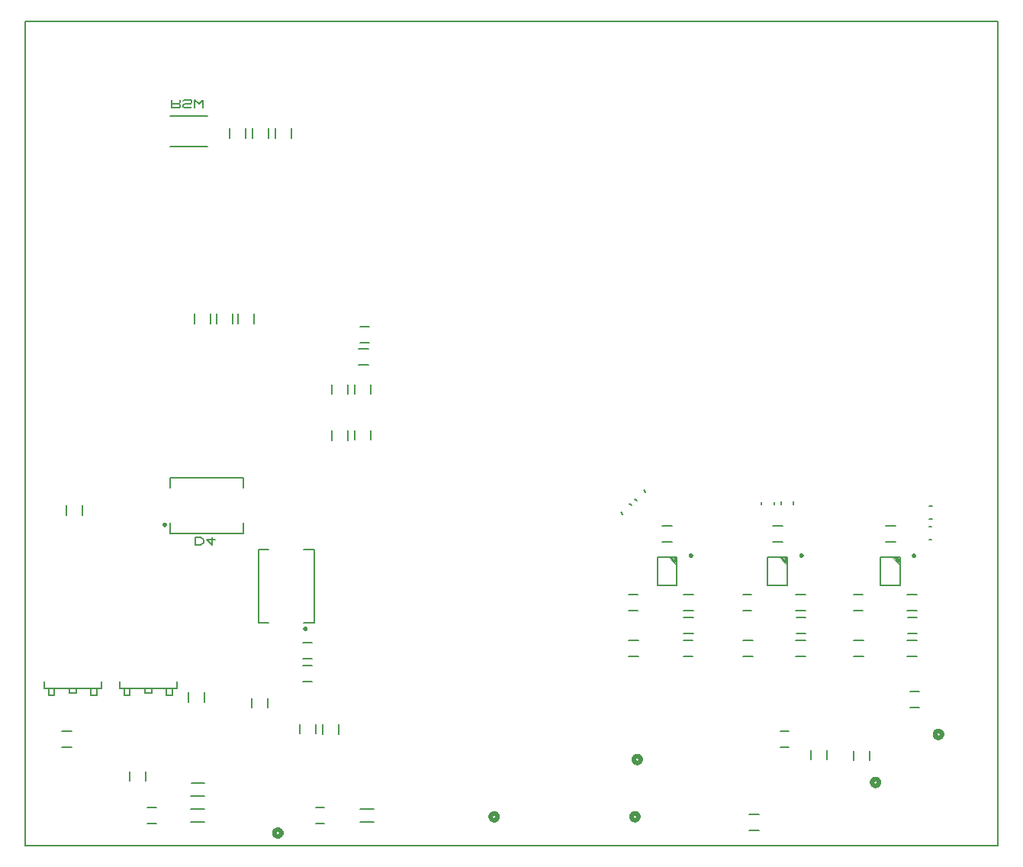
<source format=gbr>
G04 PROTEUS RS274X GERBER FILE*
%FSLAX45Y45*%
%MOMM*%
G01*
%ADD41C,0.203200*%
%ADD50C,0.200000*%
%ADD54C,0.250000*%
%ADD55C,0.100000*%
%ADD11C,0.508000*%
D41*
X-1079500Y-6413500D02*
X+9715500Y-6413500D01*
X+9715500Y+2730500D01*
X-1079500Y+2730500D01*
X-1079500Y-6413500D01*
D50*
X+2732300Y-1080600D02*
X+2622300Y-1080600D01*
X+2732300Y-900600D02*
X+2622300Y-900600D01*
X+2637100Y-659300D02*
X+2737100Y-659300D01*
X+2637100Y-839300D02*
X+2737100Y-839300D01*
X+2757000Y-1301500D02*
X+2757000Y-1401500D01*
X+2577000Y-1301500D02*
X+2577000Y-1401500D01*
D41*
X-235700Y-4597400D02*
X-235700Y-4673600D01*
X-870700Y-4673600D01*
X-870700Y-4597400D01*
X-515100Y-4673600D02*
X-515100Y-4724400D01*
X-591300Y-4724400D01*
X-591300Y-4673600D01*
X-286500Y-4673600D02*
X-286500Y-4749800D01*
X-350000Y-4749800D01*
X-350000Y-4673600D01*
X-819900Y-4673600D02*
X-819900Y-4749800D01*
X-756400Y-4749800D01*
X-756400Y-4673600D02*
X-756400Y-4749800D01*
X+602500Y-4597400D02*
X+602500Y-4673600D01*
X-32500Y-4673600D01*
X-32500Y-4597400D01*
X+323100Y-4673600D02*
X+323100Y-4724400D01*
X+246900Y-4724400D01*
X+246900Y-4673600D01*
X+551700Y-4673600D02*
X+551700Y-4749800D01*
X+488200Y-4749800D01*
X+488200Y-4673600D01*
X+18300Y-4673600D02*
X+18300Y-4749800D01*
X+81800Y-4749800D01*
X+81800Y-4673600D02*
X+81800Y-4749800D01*
D50*
X+1185080Y+1432438D02*
X+1185080Y+1542438D01*
X+1365080Y+1432438D02*
X+1365080Y+1542438D01*
X+1693080Y+1432438D02*
X+1693080Y+1542438D01*
X+1873080Y+1432438D02*
X+1873080Y+1542438D01*
X+1439080Y+1432438D02*
X+1439080Y+1542438D01*
X+1619080Y+1432438D02*
X+1619080Y+1542438D01*
X+1281600Y-624100D02*
X+1281600Y-514100D01*
X+1461600Y-624100D02*
X+1461600Y-514100D01*
X+799000Y-624100D02*
X+799000Y-514100D01*
X+979000Y-624100D02*
X+979000Y-514100D01*
X+1040300Y-624100D02*
X+1040300Y-514100D01*
X+1220300Y-624100D02*
X+1220300Y-514100D01*
X-564100Y-5322400D02*
X-674100Y-5322400D01*
X-564100Y-5142400D02*
X-674100Y-5142400D01*
X+728400Y-4819900D02*
X+728400Y-4709900D01*
X+908400Y-4819900D02*
X+908400Y-4709900D01*
X+2503000Y-1809500D02*
X+2503000Y-1919500D01*
X+2323000Y-1809500D02*
X+2323000Y-1919500D01*
X+2757000Y-1809500D02*
X+2757000Y-1909500D01*
X+2577000Y-1809500D02*
X+2577000Y-1909500D01*
X+2503000Y-1301500D02*
X+2503000Y-1401500D01*
X+2323000Y-1301500D02*
X+2323000Y-1401500D01*
D54*
X+6316500Y-3195902D02*
X+6316457Y-3194863D01*
X+6316105Y-3192784D01*
X+6315368Y-3190705D01*
X+6314164Y-3188626D01*
X+6312323Y-3186576D01*
X+6310244Y-3185073D01*
X+6308165Y-3184116D01*
X+6306086Y-3183577D01*
X+6304007Y-3183402D01*
X+6304000Y-3183402D01*
X+6291500Y-3195902D02*
X+6291543Y-3194863D01*
X+6291895Y-3192784D01*
X+6292632Y-3190705D01*
X+6293836Y-3188626D01*
X+6295677Y-3186576D01*
X+6297756Y-3185073D01*
X+6299835Y-3184116D01*
X+6301914Y-3183577D01*
X+6303993Y-3183402D01*
X+6304000Y-3183402D01*
X+6291500Y-3195902D02*
X+6291543Y-3196941D01*
X+6291895Y-3199020D01*
X+6292632Y-3201099D01*
X+6293836Y-3203178D01*
X+6295677Y-3205228D01*
X+6297756Y-3206731D01*
X+6299835Y-3207688D01*
X+6301914Y-3208227D01*
X+6303993Y-3208402D01*
X+6304000Y-3208402D01*
X+6316500Y-3195902D02*
X+6316457Y-3196941D01*
X+6316105Y-3199020D01*
X+6315368Y-3201099D01*
X+6314164Y-3203178D01*
X+6312323Y-3205228D01*
X+6310244Y-3206731D01*
X+6308165Y-3207688D01*
X+6306086Y-3208227D01*
X+6304007Y-3208402D01*
X+6304000Y-3208402D01*
D50*
X+6154000Y-3525902D02*
X+5934000Y-3525902D01*
X+5934000Y-3215902D01*
X+6154000Y-3215902D01*
X+6154000Y-3525902D01*
D55*
X+6154000Y-3225902D02*
X+6144000Y-3215902D01*
X+6154000Y-3235902D02*
X+6134000Y-3215902D01*
X+6154000Y-3245902D02*
X+6124000Y-3215902D01*
X+6154000Y-3255902D02*
X+6114000Y-3215902D01*
X+6154000Y-3265902D02*
X+6104000Y-3215902D01*
X+6154000Y-3275902D02*
X+6094000Y-3215902D01*
X+6154000Y-3285902D02*
X+6084000Y-3215902D01*
X+6154000Y-3295902D02*
X+6074000Y-3215902D01*
X+6154000Y-3305902D02*
X+6064000Y-3215902D01*
D54*
X+7543607Y-3195533D02*
X+7543564Y-3194494D01*
X+7543212Y-3192415D01*
X+7542475Y-3190336D01*
X+7541271Y-3188257D01*
X+7539430Y-3186207D01*
X+7537351Y-3184704D01*
X+7535272Y-3183747D01*
X+7533193Y-3183208D01*
X+7531114Y-3183033D01*
X+7531107Y-3183033D01*
X+7518607Y-3195533D02*
X+7518650Y-3194494D01*
X+7519002Y-3192415D01*
X+7519739Y-3190336D01*
X+7520943Y-3188257D01*
X+7522784Y-3186207D01*
X+7524863Y-3184704D01*
X+7526942Y-3183747D01*
X+7529021Y-3183208D01*
X+7531100Y-3183033D01*
X+7531107Y-3183033D01*
X+7518607Y-3195533D02*
X+7518650Y-3196572D01*
X+7519002Y-3198651D01*
X+7519739Y-3200730D01*
X+7520943Y-3202809D01*
X+7522784Y-3204859D01*
X+7524863Y-3206362D01*
X+7526942Y-3207319D01*
X+7529021Y-3207858D01*
X+7531100Y-3208033D01*
X+7531107Y-3208033D01*
X+7543607Y-3195533D02*
X+7543564Y-3196572D01*
X+7543212Y-3198651D01*
X+7542475Y-3200730D01*
X+7541271Y-3202809D01*
X+7539430Y-3204859D01*
X+7537351Y-3206362D01*
X+7535272Y-3207319D01*
X+7533193Y-3207858D01*
X+7531114Y-3208033D01*
X+7531107Y-3208033D01*
D50*
X+7381107Y-3525533D02*
X+7161107Y-3525533D01*
X+7161107Y-3215533D01*
X+7381107Y-3215533D01*
X+7381107Y-3525533D01*
D55*
X+7381107Y-3225533D02*
X+7371107Y-3215533D01*
X+7381107Y-3235533D02*
X+7361107Y-3215533D01*
X+7381107Y-3245533D02*
X+7351107Y-3215533D01*
X+7381107Y-3255533D02*
X+7341107Y-3215533D01*
X+7381107Y-3265533D02*
X+7331107Y-3215533D01*
X+7381107Y-3275533D02*
X+7321107Y-3215533D01*
X+7381107Y-3285533D02*
X+7311107Y-3215533D01*
X+7381107Y-3295533D02*
X+7301107Y-3215533D01*
X+7381107Y-3305533D02*
X+7291107Y-3215533D01*
D54*
X+8793369Y-3197033D02*
X+8793326Y-3195994D01*
X+8792974Y-3193915D01*
X+8792237Y-3191836D01*
X+8791033Y-3189757D01*
X+8789192Y-3187707D01*
X+8787113Y-3186204D01*
X+8785034Y-3185247D01*
X+8782955Y-3184708D01*
X+8780876Y-3184533D01*
X+8780869Y-3184533D01*
X+8768369Y-3197033D02*
X+8768412Y-3195994D01*
X+8768764Y-3193915D01*
X+8769501Y-3191836D01*
X+8770705Y-3189757D01*
X+8772546Y-3187707D01*
X+8774625Y-3186204D01*
X+8776704Y-3185247D01*
X+8778783Y-3184708D01*
X+8780862Y-3184533D01*
X+8780869Y-3184533D01*
X+8768369Y-3197033D02*
X+8768412Y-3198072D01*
X+8768764Y-3200151D01*
X+8769501Y-3202230D01*
X+8770705Y-3204309D01*
X+8772546Y-3206359D01*
X+8774625Y-3207862D01*
X+8776704Y-3208819D01*
X+8778783Y-3209358D01*
X+8780862Y-3209533D01*
X+8780869Y-3209533D01*
X+8793369Y-3197033D02*
X+8793326Y-3198072D01*
X+8792974Y-3200151D01*
X+8792237Y-3202230D01*
X+8791033Y-3204309D01*
X+8789192Y-3206359D01*
X+8787113Y-3207862D01*
X+8785034Y-3208819D01*
X+8782955Y-3209358D01*
X+8780876Y-3209533D01*
X+8780869Y-3209533D01*
D50*
X+8630869Y-3527033D02*
X+8410869Y-3527033D01*
X+8410869Y-3217033D01*
X+8630869Y-3217033D01*
X+8630869Y-3527033D01*
D55*
X+8630869Y-3227033D02*
X+8620869Y-3217033D01*
X+8630869Y-3237033D02*
X+8610869Y-3217033D01*
X+8630869Y-3247033D02*
X+8600869Y-3217033D01*
X+8630869Y-3257033D02*
X+8590869Y-3217033D01*
X+8630869Y-3267033D02*
X+8580869Y-3217033D01*
X+8630869Y-3277033D02*
X+8570869Y-3217033D01*
X+8630869Y-3287033D02*
X+8560869Y-3217033D01*
X+8630869Y-3297033D02*
X+8550869Y-3217033D01*
X+8630869Y-3307033D02*
X+8540869Y-3217033D01*
D50*
X+6100500Y-3047402D02*
X+5990500Y-3047402D01*
X+6100500Y-2867402D02*
X+5990500Y-2867402D01*
X+7327607Y-3047033D02*
X+7217607Y-3047033D01*
X+7327607Y-2867033D02*
X+7217607Y-2867033D01*
X+8577369Y-3048533D02*
X+8467369Y-3048533D01*
X+8577369Y-2868533D02*
X+8467369Y-2868533D01*
X+6337000Y-3809402D02*
X+6227000Y-3809402D01*
X+6337000Y-3629402D02*
X+6227000Y-3629402D01*
X+7581607Y-3809033D02*
X+7471607Y-3809033D01*
X+7581607Y-3629033D02*
X+7471607Y-3629033D01*
X+8813869Y-3809033D02*
X+8703869Y-3809033D01*
X+8813869Y-3629033D02*
X+8703869Y-3629033D01*
X+6337000Y-4063402D02*
X+6227000Y-4063402D01*
X+6337000Y-3883402D02*
X+6227000Y-3883402D01*
X+5729500Y-4317402D02*
X+5619500Y-4317402D01*
X+5729500Y-4137402D02*
X+5619500Y-4137402D01*
X+5619500Y-3629402D02*
X+5719500Y-3629402D01*
X+5619500Y-3809402D02*
X+5719500Y-3809402D01*
X+6327000Y-4317402D02*
X+6227000Y-4317402D01*
X+6327000Y-4137402D02*
X+6227000Y-4137402D01*
X+6882607Y-3629033D02*
X+6982607Y-3629033D01*
X+6882607Y-3809033D02*
X+6982607Y-3809033D01*
X+7581607Y-4063033D02*
X+7481607Y-4063033D01*
X+7581607Y-3883033D02*
X+7481607Y-3883033D01*
X+8114869Y-3629033D02*
X+8214869Y-3629033D01*
X+8114869Y-3809033D02*
X+8214869Y-3809033D01*
X+8813869Y-4063033D02*
X+8713869Y-4063033D01*
X+8813869Y-3883033D02*
X+8713869Y-3883033D01*
X+6992607Y-4317033D02*
X+6882607Y-4317033D01*
X+6992607Y-4137033D02*
X+6882607Y-4137033D01*
X+7581607Y-4317033D02*
X+7471607Y-4317033D01*
X+7581607Y-4137033D02*
X+7471607Y-4137033D01*
X+8224869Y-4317033D02*
X+8114869Y-4317033D01*
X+8224869Y-4137033D02*
X+8114869Y-4137033D01*
X+8813869Y-4317033D02*
X+8703869Y-4317033D01*
X+8813869Y-4137033D02*
X+8703869Y-4137033D01*
X+7063000Y-6249500D02*
X+6953000Y-6249500D01*
X+7063000Y-6069500D02*
X+6953000Y-6069500D01*
X+2401400Y-5073400D02*
X+2401400Y-5183400D01*
X+2221400Y-5073400D02*
X+2221400Y-5183400D01*
X-623400Y-2749800D02*
X-623400Y-2639800D01*
X-443400Y-2749800D02*
X-443400Y-2639800D01*
D41*
X+756920Y-6156960D02*
X+909320Y-6156960D01*
X+759460Y-6009640D02*
X+909320Y-6009640D01*
D11*
X+9093200Y-5181500D02*
X+9093069Y-5178342D01*
X+9092003Y-5172024D01*
X+9089772Y-5165706D01*
X+9086127Y-5159388D01*
X+9080552Y-5153149D01*
X+9074234Y-5148553D01*
X+9067916Y-5145620D01*
X+9061598Y-5143958D01*
X+9055280Y-5143400D01*
X+9055100Y-5143400D01*
X+9017000Y-5181500D02*
X+9017131Y-5178342D01*
X+9018197Y-5172024D01*
X+9020428Y-5165706D01*
X+9024073Y-5159388D01*
X+9029648Y-5153149D01*
X+9035966Y-5148553D01*
X+9042284Y-5145620D01*
X+9048602Y-5143958D01*
X+9054920Y-5143400D01*
X+9055100Y-5143400D01*
X+9017000Y-5181500D02*
X+9017131Y-5184658D01*
X+9018197Y-5190976D01*
X+9020428Y-5197294D01*
X+9024073Y-5203612D01*
X+9029648Y-5209851D01*
X+9035966Y-5214447D01*
X+9042284Y-5217380D01*
X+9048602Y-5219042D01*
X+9054920Y-5219600D01*
X+9055100Y-5219600D01*
X+9093200Y-5181500D02*
X+9093069Y-5184658D01*
X+9092003Y-5190976D01*
X+9089772Y-5197294D01*
X+9086127Y-5203612D01*
X+9080552Y-5209851D01*
X+9074234Y-5214447D01*
X+9067916Y-5217380D01*
X+9061598Y-5219042D01*
X+9055280Y-5219600D01*
X+9055100Y-5219600D01*
D50*
X+8294200Y-5367600D02*
X+8294200Y-5467600D01*
X+8114200Y-5367600D02*
X+8114200Y-5467600D01*
X+7298000Y-5142400D02*
X+7398000Y-5142400D01*
X+7298000Y-5322400D02*
X+7398000Y-5322400D01*
X+7821100Y-5354900D02*
X+7821100Y-5454900D01*
X+7641100Y-5354900D02*
X+7641100Y-5454900D01*
X+8738416Y-4703216D02*
X+8838416Y-4703216D01*
X+8738416Y-4883216D02*
X+8838416Y-4883216D01*
X+372800Y-6173300D02*
X+272800Y-6173300D01*
X+372800Y-5993300D02*
X+272800Y-5993300D01*
X+2000000Y-4418500D02*
X+2100000Y-4418500D01*
X+2000000Y-4598500D02*
X+2100000Y-4598500D01*
X+2000000Y-4164500D02*
X+2100000Y-4164500D01*
X+2000000Y-4344500D02*
X+2100000Y-4344500D01*
X+1967400Y-5173400D02*
X+1967400Y-5073400D01*
X+2147400Y-5173400D02*
X+2147400Y-5073400D01*
X+1614000Y-4781300D02*
X+1614000Y-4881300D01*
X+1434000Y-4781300D02*
X+1434000Y-4881300D01*
D11*
X+8394600Y-5715000D02*
X+8394469Y-5711842D01*
X+8393403Y-5705524D01*
X+8391172Y-5699206D01*
X+8387527Y-5692888D01*
X+8381952Y-5686649D01*
X+8375634Y-5682053D01*
X+8369316Y-5679120D01*
X+8362998Y-5677458D01*
X+8356680Y-5676900D01*
X+8356500Y-5676900D01*
X+8318400Y-5715000D02*
X+8318531Y-5711842D01*
X+8319597Y-5705524D01*
X+8321828Y-5699206D01*
X+8325473Y-5692888D01*
X+8331048Y-5686649D01*
X+8337366Y-5682053D01*
X+8343684Y-5679120D01*
X+8350002Y-5677458D01*
X+8356320Y-5676900D01*
X+8356500Y-5676900D01*
X+8318400Y-5715000D02*
X+8318531Y-5718158D01*
X+8319597Y-5724476D01*
X+8321828Y-5730794D01*
X+8325473Y-5737112D01*
X+8331048Y-5743351D01*
X+8337366Y-5747947D01*
X+8343684Y-5750880D01*
X+8350002Y-5752542D01*
X+8356320Y-5753100D01*
X+8356500Y-5753100D01*
X+8394600Y-5715000D02*
X+8394469Y-5718158D01*
X+8393403Y-5724476D01*
X+8391172Y-5730794D01*
X+8387527Y-5737112D01*
X+8381952Y-5743351D01*
X+8375634Y-5747947D01*
X+8369316Y-5750880D01*
X+8362998Y-5752542D01*
X+8356680Y-5753100D01*
X+8356500Y-5753100D01*
X+4162600Y-6096000D02*
X+4162469Y-6092842D01*
X+4161403Y-6086524D01*
X+4159172Y-6080206D01*
X+4155527Y-6073888D01*
X+4149952Y-6067649D01*
X+4143634Y-6063053D01*
X+4137316Y-6060120D01*
X+4130998Y-6058458D01*
X+4124680Y-6057900D01*
X+4124500Y-6057900D01*
X+4086400Y-6096000D02*
X+4086531Y-6092842D01*
X+4087597Y-6086524D01*
X+4089828Y-6080206D01*
X+4093473Y-6073888D01*
X+4099048Y-6067649D01*
X+4105366Y-6063053D01*
X+4111684Y-6060120D01*
X+4118002Y-6058458D01*
X+4124320Y-6057900D01*
X+4124500Y-6057900D01*
X+4086400Y-6096000D02*
X+4086531Y-6099158D01*
X+4087597Y-6105476D01*
X+4089828Y-6111794D01*
X+4093473Y-6118112D01*
X+4099048Y-6124351D01*
X+4105366Y-6128947D01*
X+4111684Y-6131880D01*
X+4118002Y-6133542D01*
X+4124320Y-6134100D01*
X+4124500Y-6134100D01*
X+4162600Y-6096000D02*
X+4162469Y-6099158D01*
X+4161403Y-6105476D01*
X+4159172Y-6111794D01*
X+4155527Y-6118112D01*
X+4149952Y-6124351D01*
X+4143634Y-6128947D01*
X+4137316Y-6131880D01*
X+4130998Y-6133542D01*
X+4124680Y-6134100D01*
X+4124500Y-6134100D01*
X+5724600Y-6096000D02*
X+5724469Y-6092842D01*
X+5723403Y-6086524D01*
X+5721172Y-6080206D01*
X+5717527Y-6073888D01*
X+5711952Y-6067649D01*
X+5705634Y-6063053D01*
X+5699316Y-6060120D01*
X+5692998Y-6058458D01*
X+5686680Y-6057900D01*
X+5686500Y-6057900D01*
X+5648400Y-6096000D02*
X+5648531Y-6092842D01*
X+5649597Y-6086524D01*
X+5651828Y-6080206D01*
X+5655473Y-6073888D01*
X+5661048Y-6067649D01*
X+5667366Y-6063053D01*
X+5673684Y-6060120D01*
X+5680002Y-6058458D01*
X+5686320Y-6057900D01*
X+5686500Y-6057900D01*
X+5648400Y-6096000D02*
X+5648531Y-6099158D01*
X+5649597Y-6105476D01*
X+5651828Y-6111794D01*
X+5655473Y-6118112D01*
X+5661048Y-6124351D01*
X+5667366Y-6128947D01*
X+5673684Y-6131880D01*
X+5680002Y-6133542D01*
X+5686320Y-6134100D01*
X+5686500Y-6134100D01*
X+5724600Y-6096000D02*
X+5724469Y-6099158D01*
X+5723403Y-6105476D01*
X+5721172Y-6111794D01*
X+5717527Y-6118112D01*
X+5711952Y-6124351D01*
X+5705634Y-6128947D01*
X+5699316Y-6131880D01*
X+5692998Y-6133542D01*
X+5686680Y-6134100D01*
X+5686500Y-6134100D01*
X+5750100Y-5461000D02*
X+5749969Y-5457842D01*
X+5748903Y-5451524D01*
X+5746672Y-5445206D01*
X+5743027Y-5438888D01*
X+5737452Y-5432649D01*
X+5731134Y-5428053D01*
X+5724816Y-5425120D01*
X+5718498Y-5423458D01*
X+5712180Y-5422900D01*
X+5712000Y-5422900D01*
X+5673900Y-5461000D02*
X+5674031Y-5457842D01*
X+5675097Y-5451524D01*
X+5677328Y-5445206D01*
X+5680973Y-5438888D01*
X+5686548Y-5432649D01*
X+5692866Y-5428053D01*
X+5699184Y-5425120D01*
X+5705502Y-5423458D01*
X+5711820Y-5422900D01*
X+5712000Y-5422900D01*
X+5673900Y-5461000D02*
X+5674031Y-5464158D01*
X+5675097Y-5470476D01*
X+5677328Y-5476794D01*
X+5680973Y-5483112D01*
X+5686548Y-5489351D01*
X+5692866Y-5493947D01*
X+5699184Y-5496880D01*
X+5705502Y-5498542D01*
X+5711820Y-5499100D01*
X+5712000Y-5499100D01*
X+5750100Y-5461000D02*
X+5749969Y-5464158D01*
X+5748903Y-5470476D01*
X+5746672Y-5476794D01*
X+5743027Y-5483112D01*
X+5737452Y-5489351D01*
X+5731134Y-5493947D01*
X+5724816Y-5496880D01*
X+5718498Y-5498542D01*
X+5712180Y-5499100D01*
X+5712000Y-5499100D01*
X+1761085Y-6276892D02*
X+1760954Y-6273734D01*
X+1759888Y-6267416D01*
X+1757657Y-6261098D01*
X+1754012Y-6254780D01*
X+1748437Y-6248541D01*
X+1742119Y-6243945D01*
X+1735801Y-6241012D01*
X+1729483Y-6239350D01*
X+1723165Y-6238792D01*
X+1722985Y-6238792D01*
X+1684885Y-6276892D02*
X+1685016Y-6273734D01*
X+1686082Y-6267416D01*
X+1688313Y-6261098D01*
X+1691958Y-6254780D01*
X+1697533Y-6248541D01*
X+1703851Y-6243945D01*
X+1710169Y-6241012D01*
X+1716487Y-6239350D01*
X+1722805Y-6238792D01*
X+1722985Y-6238792D01*
X+1684885Y-6276892D02*
X+1685016Y-6280050D01*
X+1686082Y-6286368D01*
X+1688313Y-6292686D01*
X+1691958Y-6299004D01*
X+1697533Y-6305243D01*
X+1703851Y-6309839D01*
X+1710169Y-6312772D01*
X+1716487Y-6314434D01*
X+1722805Y-6314992D01*
X+1722985Y-6314992D01*
X+1761085Y-6276892D02*
X+1760954Y-6280050D01*
X+1759888Y-6286368D01*
X+1757657Y-6292686D01*
X+1754012Y-6299004D01*
X+1748437Y-6305243D01*
X+1742119Y-6309839D01*
X+1735801Y-6312772D01*
X+1729483Y-6314434D01*
X+1723165Y-6314992D01*
X+1722985Y-6314992D01*
D54*
X+2038600Y-4007700D02*
X+2038557Y-4006661D01*
X+2038205Y-4004582D01*
X+2037468Y-4002503D01*
X+2036264Y-4000424D01*
X+2034423Y-3998374D01*
X+2032344Y-3996871D01*
X+2030265Y-3995914D01*
X+2028186Y-3995375D01*
X+2026107Y-3995200D01*
X+2026100Y-3995200D01*
X+2013600Y-4007700D02*
X+2013643Y-4006661D01*
X+2013995Y-4004582D01*
X+2014732Y-4002503D01*
X+2015936Y-4000424D01*
X+2017777Y-3998374D01*
X+2019856Y-3996871D01*
X+2021935Y-3995914D01*
X+2024014Y-3995375D01*
X+2026093Y-3995200D01*
X+2026100Y-3995200D01*
X+2013600Y-4007700D02*
X+2013643Y-4008739D01*
X+2013995Y-4010818D01*
X+2014732Y-4012897D01*
X+2015936Y-4014976D01*
X+2017777Y-4017026D01*
X+2019856Y-4018529D01*
X+2021935Y-4019486D01*
X+2024014Y-4020025D01*
X+2026093Y-4020200D01*
X+2026100Y-4020200D01*
X+2038600Y-4007700D02*
X+2038557Y-4008739D01*
X+2038205Y-4010818D01*
X+2037468Y-4012897D01*
X+2036264Y-4014976D01*
X+2034423Y-4017026D01*
X+2032344Y-4018529D01*
X+2030265Y-4019486D01*
X+2028186Y-4020025D01*
X+2026107Y-4020200D01*
X+2026100Y-4020200D01*
D50*
X+2008600Y-3942700D02*
X+2126100Y-3942700D01*
X+2126100Y-3132700D01*
X+2008600Y-3132700D01*
X+1623600Y-3942700D02*
X+1506100Y-3942700D01*
X+1506100Y-3132700D01*
X+1623600Y-3132700D01*
X+5550709Y-2739804D02*
X+5529496Y-2718591D01*
X+5649704Y-2640809D02*
X+5628491Y-2619596D01*
X+5706998Y-2592893D02*
X+5685785Y-2571680D01*
X+5805993Y-2493898D02*
X+5784780Y-2472685D01*
X+7092800Y-2632800D02*
X+7092800Y-2602800D01*
X+7232800Y-2632800D02*
X+7232800Y-2602800D01*
X+7308700Y-2629600D02*
X+7308700Y-2599600D01*
X+7448700Y-2629600D02*
X+7448700Y-2599600D01*
X+8952800Y-2647800D02*
X+8982800Y-2647800D01*
X+8952800Y-2787800D02*
X+8982800Y-2787800D01*
X+8949600Y-2876400D02*
X+8979600Y-2876400D01*
X+8949600Y-3016400D02*
X+8979600Y-3016400D01*
D54*
X+476700Y-2851600D02*
X+476657Y-2850561D01*
X+476305Y-2848482D01*
X+475568Y-2846403D01*
X+474364Y-2844324D01*
X+472523Y-2842274D01*
X+470444Y-2840771D01*
X+468365Y-2839814D01*
X+466286Y-2839275D01*
X+464207Y-2839100D01*
X+464200Y-2839100D01*
X+451700Y-2851600D02*
X+451743Y-2850561D01*
X+452095Y-2848482D01*
X+452832Y-2846403D01*
X+454036Y-2844324D01*
X+455877Y-2842274D01*
X+457956Y-2840771D01*
X+460035Y-2839814D01*
X+462114Y-2839275D01*
X+464193Y-2839100D01*
X+464200Y-2839100D01*
X+451700Y-2851600D02*
X+451743Y-2852639D01*
X+452095Y-2854718D01*
X+452832Y-2856797D01*
X+454036Y-2858876D01*
X+455877Y-2860926D01*
X+457956Y-2862429D01*
X+460035Y-2863386D01*
X+462114Y-2863925D01*
X+464193Y-2864100D01*
X+464200Y-2864100D01*
X+476700Y-2851600D02*
X+476657Y-2852639D01*
X+476305Y-2854718D01*
X+475568Y-2856797D01*
X+474364Y-2858876D01*
X+472523Y-2860926D01*
X+470444Y-2862429D01*
X+468365Y-2863386D01*
X+466286Y-2863925D01*
X+464207Y-2864100D01*
X+464200Y-2864100D01*
D50*
X+529200Y-2834100D02*
X+529200Y-2951600D01*
X+1339200Y-2951600D01*
X+1339200Y-2834100D01*
X+529200Y-2449100D02*
X+529200Y-2331600D01*
X+1339200Y-2331600D01*
X+1339200Y-2449100D01*
D41*
X+803450Y-2992080D02*
X+803450Y-3083520D01*
X+866950Y-3083520D01*
X+898700Y-3053040D01*
X+898700Y-3022560D01*
X+866950Y-2992080D01*
X+803450Y-2992080D01*
X+1025700Y-3022560D02*
X+930450Y-3022560D01*
X+993950Y-3083520D01*
X+993950Y-2992080D01*
X+2636520Y-6156960D02*
X+2788920Y-6156960D01*
X+2639060Y-6009640D02*
X+2788920Y-6009640D01*
D50*
X+2241800Y-6173300D02*
X+2141800Y-6173300D01*
X+2241800Y-5993300D02*
X+2141800Y-5993300D01*
D41*
X+759460Y-5864860D02*
X+911860Y-5864860D01*
X+762000Y-5717540D02*
X+911860Y-5717540D01*
D50*
X+75100Y-5696200D02*
X+75100Y-5596200D01*
X+255100Y-5696200D02*
X+255100Y-5596200D01*
X+531800Y+1681300D02*
X+941800Y+1681300D01*
X+531800Y+1341300D02*
X+941800Y+1341300D01*
D41*
X+546300Y+1859620D02*
X+546300Y+1768180D01*
X+625675Y+1768180D01*
X+641550Y+1783420D01*
X+641550Y+1798660D01*
X+625675Y+1813900D01*
X+546300Y+1813900D01*
X+625675Y+1813900D02*
X+641550Y+1829140D01*
X+641550Y+1859620D01*
X+673300Y+1844380D02*
X+689175Y+1859620D01*
X+752675Y+1859620D01*
X+768550Y+1844380D01*
X+768550Y+1829140D01*
X+752675Y+1813900D01*
X+689175Y+1813900D01*
X+673300Y+1798660D01*
X+673300Y+1783420D01*
X+689175Y+1768180D01*
X+752675Y+1768180D01*
X+768550Y+1783420D01*
X+800300Y+1768180D02*
X+800300Y+1859620D01*
X+847925Y+1813900D01*
X+895550Y+1859620D01*
X+895550Y+1768180D01*
M02*

</source>
